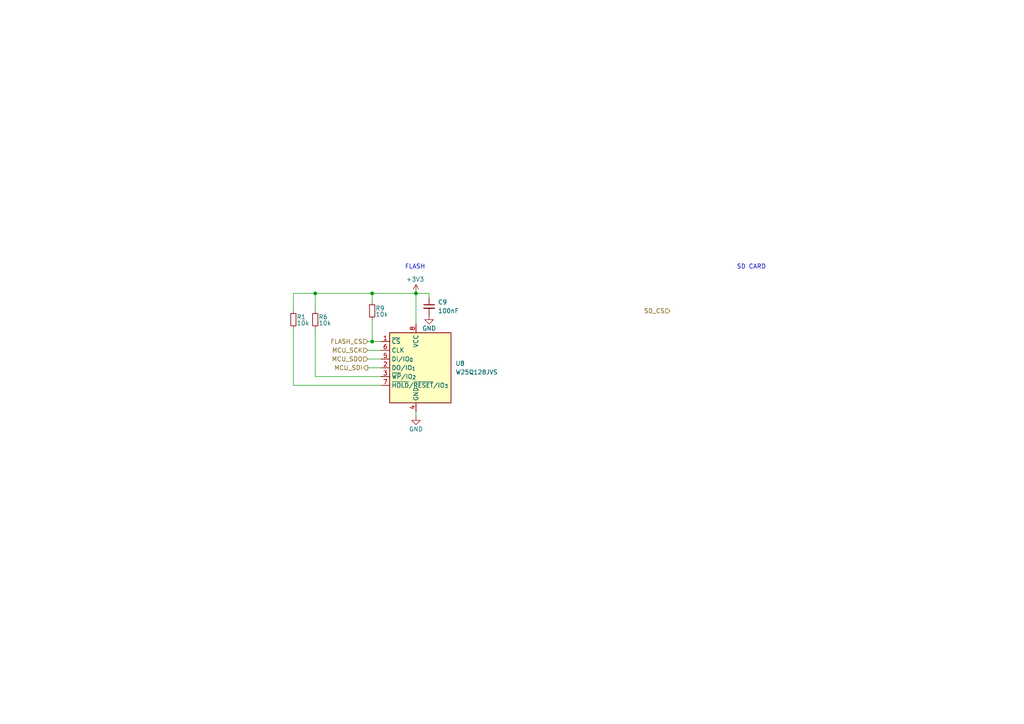
<source format=kicad_sch>
(kicad_sch (version 20250114) (generator "eeschema") (generator_version "9.0")
  (paper "A4")
  (lib_symbols
    (symbol "Device:C_Small" (pin_numbers (hide yes)) (pin_names (offset 0.254) (hide yes))
      (property "Reference" "C" (at 0.254 1.778 0))
      (property "Value" "C_Small" (at 0.254 -2.032 0))
      (symbol "C_Small_0_1"
        (polyline (pts (xy -1.524 0.508) (xy 1.524 0.508)) (stroke (width 0.3048)))
        (polyline (pts (xy -1.524 -0.508) (xy 1.524 -0.508)) (stroke (width 0.3302)))
      )
      (symbol "C_Small_1_1"
        (pin passive line (at 0 2.54 270) (length 2.032) (name "~") (number "1"))
        (pin passive line (at 0 -2.54 90) (length 2.032) (name "~") (number "2"))
      )
    )
    (symbol "Device:R_Small" (pin_numbers (hide yes)) (pin_names (offset 0.254) (hide yes))
      (property "Reference" "R" (at 0.762 0.508 0))
      (property "Value" "R_Small" (at 0.762 -1.016 0))
      (symbol "R_Small_0_1"
        (rectangle (start -0.762 1.778) (end 0.762 -1.778) (stroke (width 0.2032)))
      )
      (symbol "R_Small_1_1"
        (pin passive line (at 0 2.54 270) (length 0.762) (name "~") (number "1"))
        (pin passive line (at 0 -2.54 90) (length 0.762) (name "~") (number "2"))
      )
    )
    (symbol "Memory_Flash:W25Q128JVS"
      (property "Reference" "U" (at -6.35 11.43 0))
      (property "Value" "W25Q128JVS" (at 7.62 11.43 0))
      (symbol "W25Q128JVS_0_1"
        (rectangle (start -7.62 10.16) (end 10.16 -10.16) (stroke (width 0.254)) (fill (type background)))
      )
      (symbol "W25Q128JVS_1_1"
        (pin input line (at -10.16 7.62 0) (length 2.54) (name "~{CS}") (number "1"))
        (pin input line (at -10.16 5.08 0) (length 2.54) (name "CLK") (number "6"))
        (pin bidirectional line (at -10.16 2.54 0) (length 2.54) (name "DI/IO_{0}") (number "5"))
        (pin bidirectional line (at -10.16 0 0) (length 2.54) (name "DO/IO_{1}") (number "2"))
        (pin bidirectional line (at -10.16 -2.54 0) (length 2.54) (name "~{WP}/IO_{2}") (number "3"))
        (pin bidirectional line (at -10.16 -5.08 0) (length 2.54) (name "~{HOLD}/~{RESET}/IO_{3}") (number "7"))
        (pin power_in line (at 0 12.7 270) (length 2.54) (name "VCC") (number "8"))
        (pin power_in line (at 0 -12.7 90) (length 2.54) (name "GND") (number "4"))
      )
    )
    (symbol "power:+5V" (power) (pin_numbers (hide yes)) (pin_names (offset 0) (hide yes))
      (property "Value" "+5V" (at 0 3.556 0))
      (symbol "+5V_0_1"
        (polyline (pts (xy -0.762 1.27) (xy 0 2.54)))
        (polyline (pts (xy 0 2.54) (xy 0.762 1.27)))
        (polyline (pts (xy 0 0) (xy 0 2.54)))
      )
      (symbol "+5V_1_1"
        (pin power_in line (at 0 0 90) (length 0) (name "~") (number "1"))
      )
    )
    (symbol "power:GND" (power) (pin_numbers (hide yes)) (pin_names (offset 0) (hide yes))
      (property "Value" "GND" (at 0 -3.81 0))
      (symbol "GND_0_1"
        (polyline (pts (xy 0 0) (xy 0 -1.27) (xy 1.27 -1.27) (xy 0 -2.54) (xy -1.27 -1.27) (xy 0 -1.27)))
      )
      (symbol "GND_1_1"
        (pin power_in line (at 0 0 270) (length 0) (name "~") (number "1"))
      )
    )
  )
  (text "SD CARD\n" (at 217.932 77.47 0) (effects (font (size 1.27 1.27))))
  (text "FLASH\n" (at 120.396 77.47 0) (effects (font (size 1.27 1.27))))
  (junction (at 107.95 85.09))
  (junction (at 91.44 85.09))
  (junction (at 120.65 85.09))
  (junction (at 107.95 99.06))
  (wire (pts (xy 120.65 85.09) (xy 120.65 93.98)))
  (wire (pts (xy 107.95 85.09) (xy 120.65 85.09)))
  (wire (pts (xy 110.49 109.22) (xy 91.44 109.22)))
  (wire (pts (xy 106.68 101.6) (xy 110.49 101.6)))
  (wire (pts (xy 107.95 99.06) (xy 110.49 99.06)))
  (wire (pts (xy 91.44 95.25) (xy 91.44 109.22)))
  (wire (pts (xy 85.09 95.25) (xy 85.09 111.76)))
  (wire (pts (xy 85.09 85.09) (xy 85.09 90.17)))
  (wire (pts (xy 124.46 85.09) (xy 124.46 86.36)))
  (wire (pts (xy 107.95 92.71) (xy 107.95 99.06)))
  (wire (pts (xy 106.68 99.06) (xy 107.95 99.06)))
  (wire (pts (xy 120.65 119.38) (xy 120.65 120.65)))
  (wire (pts (xy 91.44 85.09) (xy 91.44 90.17)))
  (wire (pts (xy 106.68 104.14) (xy 110.49 104.14)))
  (wire (pts (xy 91.44 85.09) (xy 107.95 85.09)))
  (wire (pts (xy 107.95 85.09) (xy 107.95 87.63)))
  (wire (pts (xy 106.68 106.68) (xy 110.49 106.68)))
  (wire (pts (xy 120.65 85.09) (xy 124.46 85.09)))
  (wire (pts (xy 85.09 85.09) (xy 91.44 85.09)))
  (wire (pts (xy 85.09 111.76) (xy 110.49 111.76)))
  (hierarchical_label "MCU_SDI" (shape output) (at 106.68 106.68 180))
  (hierarchical_label "MCU_SDO" (shape input) (at 106.68 104.14 180))
  (hierarchical_label "MCU_SCK" (shape input) (at 106.68 101.6 180))
  (hierarchical_label "SD_CS" (shape input) (at 194.31 90.17 180))
  (hierarchical_label "FLASH_CS" (shape input) (at 106.68 99.06 180))
  (symbol (lib_id "power:+5V") (at 120.65 85.09 0) (mirror y) (unit 1)
    (property "Reference" "#PWR020" (effects (hide yes)))
    (property "Value" "+3V3" (at 120.396 81.026 0))
    (property "Description" "Power symbol creates a global label with name \"+5V\"" (effects (hide yes)))
  )
  (symbol (lib_id "Device:R_Small") (at 107.95 90.17 0) (mirror y) (unit 1)
    (property "Reference" "R9" (at 110.236 89.408 0))
    (property "Value" "10k" (at 110.744 91.186 0))
    (property "Footprint" "Resistor_SMD:R_0603_1608Metric" (effects (hide yes)))
    (property "Description" "Resistor, small symbol" (effects (hide yes)))
  )
  (symbol (lib_id "Device:C_Small") (at 124.46 88.9 0) (unit 1)
    (property "Reference" "C9" (at 127 87.6362 0) (effects (justify left)))
    (property "Value" "100nF" (at 127 90.1762 0) (effects (justify left)))
    (property "Footprint" "Capacitor_SMD:C_0603_1608Metric" (effects (hide yes)))
    (property "Description" "Unpolarized capacitor, small symbol" (effects (hide yes)))
    (property "LCSC" "C14663" (effects (hide yes)))
  )
  (symbol (lib_id "Device:R_Small") (at 91.44 92.71 0) (mirror y) (unit 1)
    (property "Reference" "R6" (at 93.726 91.948 0))
    (property "Value" "10k" (at 94.234 93.726 0))
    (property "Footprint" "Resistor_SMD:R_0603_1608Metric" (effects (hide yes)))
    (property "Description" "Resistor, small symbol" (effects (hide yes)))
  )
  (symbol (lib_id "power:GND") (at 124.46 91.44 0) (mirror y) (unit 1)
    (property "Reference" "#PWR038" (effects (hide yes)))
    (property "Value" "GND" (at 124.46 95.25 0))
    (property "Description" "Power symbol creates a global label with name \"GND\" , ground" (effects (hide yes)))
  )
  (symbol (lib_id "Device:R_Small") (at 85.09 92.71 0) (mirror y) (unit 1)
    (property "Reference" "R1" (at 87.376 91.948 0))
    (property "Value" "10k" (at 87.884 93.726 0))
    (property "Footprint" "Resistor_SMD:R_0603_1608Metric" (effects (hide yes)))
    (property "Description" "Resistor, small symbol" (effects (hide yes)))
  )
  (symbol (lib_id "power:GND") (at 120.65 120.65 0) (mirror y) (unit 1)
    (property "Reference" "#PWR039" (effects (hide yes)))
    (property "Value" "GND" (at 120.65 124.46 0))
    (property "Description" "Power symbol creates a global label with name \"GND\" , ground" (effects (hide yes)))
  )
  (symbol (lib_id "Memory_Flash:W25Q128JVS") (at 120.65 106.68 0) (unit 1)
    (property "Reference" "U8" (at 132.08 105.4099 0) (effects (justify left)))
    (property "Value" "W25Q128JVS" (at 132.08 107.9499 0) (effects (justify left)))
    (property "Footprint" "Package_SO:SOIC-8_5.3x5.3mm_P1.27mm" (effects (hide yes)))
    (property "Datasheet" "https://www.winbond.com/resource-files/w25q128jv_dtr%20revc%2003272018%20plus.pdf" (effects (hide yes)))
    (property "Description" "128Mbit / 16MiB Serial Flash Memory, Standard/Dual/Quad SPI, 2.7-3.6V, SOIC-8" (effects (hide yes)))
  )
)
</source>
